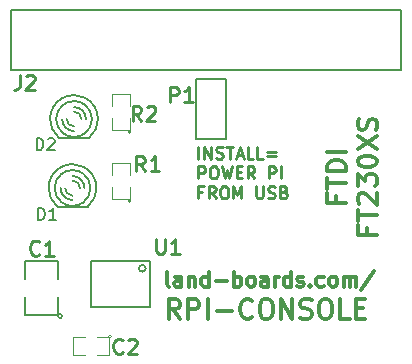
<source format=gto>
G04 #@! TF.FileFunction,Legend,Top*
%FSLAX46Y46*%
G04 Gerber Fmt 4.6, Leading zero omitted, Abs format (unit mm)*
G04 Created by KiCad (PCBNEW (after 2015-mar-04 BZR unknown)-product) date 4/21/2015 4:00:12 PM*
%MOMM*%
G01*
G04 APERTURE LIST*
%ADD10C,0.150000*%
%ADD11C,0.300000*%
%ADD12C,0.254000*%
%ADD13C,0.099060*%
%ADD14C,0.127000*%
%ADD15C,0.203200*%
%ADD16C,0.152400*%
G04 APERTURE END LIST*
D10*
D11*
X166152871Y-89432190D02*
X166152871Y-89982524D01*
X167017681Y-89982524D02*
X165366681Y-89982524D01*
X165366681Y-89196333D01*
X165366681Y-88803238D02*
X165366681Y-87859809D01*
X167017681Y-88331524D02*
X165366681Y-88331524D01*
X167017681Y-87309476D02*
X165366681Y-87309476D01*
X165366681Y-86916381D01*
X165445300Y-86680523D01*
X165602538Y-86523285D01*
X165759776Y-86444666D01*
X166074252Y-86366047D01*
X166310110Y-86366047D01*
X166624586Y-86444666D01*
X166781824Y-86523285D01*
X166939062Y-86680523D01*
X167017681Y-86916381D01*
X167017681Y-87309476D01*
X167017681Y-85658476D02*
X165366681Y-85658476D01*
X168764271Y-92144547D02*
X168764271Y-92694881D01*
X169629081Y-92694881D02*
X167978081Y-92694881D01*
X167978081Y-91908690D01*
X167978081Y-91515595D02*
X167978081Y-90572166D01*
X169629081Y-91043881D02*
X167978081Y-91043881D01*
X168135319Y-90100452D02*
X168056700Y-90021833D01*
X167978081Y-89864595D01*
X167978081Y-89471499D01*
X168056700Y-89314261D01*
X168135319Y-89235642D01*
X168292557Y-89157023D01*
X168449795Y-89157023D01*
X168685652Y-89235642D01*
X169629081Y-90179071D01*
X169629081Y-89157023D01*
X167978081Y-88606690D02*
X167978081Y-87584642D01*
X168607033Y-88134976D01*
X168607033Y-87899118D01*
X168685652Y-87741880D01*
X168764271Y-87663261D01*
X168921510Y-87584642D01*
X169314605Y-87584642D01*
X169471843Y-87663261D01*
X169550462Y-87741880D01*
X169629081Y-87899118D01*
X169629081Y-88370833D01*
X169550462Y-88528071D01*
X169471843Y-88606690D01*
X167978081Y-86562595D02*
X167978081Y-86405356D01*
X168056700Y-86248118D01*
X168135319Y-86169499D01*
X168292557Y-86090880D01*
X168607033Y-86012261D01*
X169000129Y-86012261D01*
X169314605Y-86090880D01*
X169471843Y-86169499D01*
X169550462Y-86248118D01*
X169629081Y-86405356D01*
X169629081Y-86562595D01*
X169550462Y-86719833D01*
X169471843Y-86798452D01*
X169314605Y-86877071D01*
X169000129Y-86955690D01*
X168607033Y-86955690D01*
X168292557Y-86877071D01*
X168135319Y-86798452D01*
X168056700Y-86719833D01*
X167978081Y-86562595D01*
X167978081Y-85461928D02*
X169629081Y-84361261D01*
X167978081Y-84361261D02*
X169629081Y-85461928D01*
X169550462Y-83810928D02*
X169629081Y-83575071D01*
X169629081Y-83181975D01*
X169550462Y-83024737D01*
X169471843Y-82946118D01*
X169314605Y-82867499D01*
X169157367Y-82867499D01*
X169000129Y-82946118D01*
X168921510Y-83024737D01*
X168842890Y-83181975D01*
X168764271Y-83496452D01*
X168685652Y-83653690D01*
X168607033Y-83732309D01*
X168449795Y-83810928D01*
X168292557Y-83810928D01*
X168135319Y-83732309D01*
X168056700Y-83653690D01*
X167978081Y-83496452D01*
X167978081Y-83103356D01*
X168056700Y-82867499D01*
D12*
X154497905Y-86261219D02*
X154497905Y-85245219D01*
X154981715Y-86261219D02*
X154981715Y-85245219D01*
X155562286Y-86261219D01*
X155562286Y-85245219D01*
X155997715Y-86212838D02*
X156142858Y-86261219D01*
X156384762Y-86261219D01*
X156481524Y-86212838D01*
X156529905Y-86164457D01*
X156578286Y-86067695D01*
X156578286Y-85970933D01*
X156529905Y-85874171D01*
X156481524Y-85825790D01*
X156384762Y-85777410D01*
X156191239Y-85729029D01*
X156094477Y-85680648D01*
X156046096Y-85632267D01*
X155997715Y-85535505D01*
X155997715Y-85438743D01*
X156046096Y-85341981D01*
X156094477Y-85293600D01*
X156191239Y-85245219D01*
X156433143Y-85245219D01*
X156578286Y-85293600D01*
X156868572Y-85245219D02*
X157449143Y-85245219D01*
X157158858Y-86261219D02*
X157158858Y-85245219D01*
X157739429Y-85970933D02*
X158223238Y-85970933D01*
X157642667Y-86261219D02*
X157981334Y-85245219D01*
X158320000Y-86261219D01*
X159142476Y-86261219D02*
X158658667Y-86261219D01*
X158658667Y-85245219D01*
X159964952Y-86261219D02*
X159481143Y-86261219D01*
X159481143Y-85245219D01*
X160303619Y-85729029D02*
X161077714Y-85729029D01*
X161077714Y-86019314D02*
X160303619Y-86019314D01*
X154497905Y-87937619D02*
X154497905Y-86921619D01*
X154884952Y-86921619D01*
X154981714Y-86970000D01*
X155030095Y-87018381D01*
X155078476Y-87115143D01*
X155078476Y-87260286D01*
X155030095Y-87357048D01*
X154981714Y-87405429D01*
X154884952Y-87453810D01*
X154497905Y-87453810D01*
X155707429Y-86921619D02*
X155900952Y-86921619D01*
X155997714Y-86970000D01*
X156094476Y-87066762D01*
X156142857Y-87260286D01*
X156142857Y-87598952D01*
X156094476Y-87792476D01*
X155997714Y-87889238D01*
X155900952Y-87937619D01*
X155707429Y-87937619D01*
X155610667Y-87889238D01*
X155513905Y-87792476D01*
X155465524Y-87598952D01*
X155465524Y-87260286D01*
X155513905Y-87066762D01*
X155610667Y-86970000D01*
X155707429Y-86921619D01*
X156481524Y-86921619D02*
X156723429Y-87937619D01*
X156916952Y-87211905D01*
X157110476Y-87937619D01*
X157352381Y-86921619D01*
X157739429Y-87405429D02*
X158078095Y-87405429D01*
X158223238Y-87937619D02*
X157739429Y-87937619D01*
X157739429Y-86921619D01*
X158223238Y-86921619D01*
X159239238Y-87937619D02*
X158900572Y-87453810D01*
X158658667Y-87937619D02*
X158658667Y-86921619D01*
X159045714Y-86921619D01*
X159142476Y-86970000D01*
X159190857Y-87018381D01*
X159239238Y-87115143D01*
X159239238Y-87260286D01*
X159190857Y-87357048D01*
X159142476Y-87405429D01*
X159045714Y-87453810D01*
X158658667Y-87453810D01*
X160448762Y-87937619D02*
X160448762Y-86921619D01*
X160835809Y-86921619D01*
X160932571Y-86970000D01*
X160980952Y-87018381D01*
X161029333Y-87115143D01*
X161029333Y-87260286D01*
X160980952Y-87357048D01*
X160932571Y-87405429D01*
X160835809Y-87453810D01*
X160448762Y-87453810D01*
X161464762Y-87937619D02*
X161464762Y-86921619D01*
X154836571Y-89081829D02*
X154497905Y-89081829D01*
X154497905Y-89614019D02*
X154497905Y-88598019D01*
X154981714Y-88598019D01*
X155949333Y-89614019D02*
X155610667Y-89130210D01*
X155368762Y-89614019D02*
X155368762Y-88598019D01*
X155755809Y-88598019D01*
X155852571Y-88646400D01*
X155900952Y-88694781D01*
X155949333Y-88791543D01*
X155949333Y-88936686D01*
X155900952Y-89033448D01*
X155852571Y-89081829D01*
X155755809Y-89130210D01*
X155368762Y-89130210D01*
X156578286Y-88598019D02*
X156771809Y-88598019D01*
X156868571Y-88646400D01*
X156965333Y-88743162D01*
X157013714Y-88936686D01*
X157013714Y-89275352D01*
X156965333Y-89468876D01*
X156868571Y-89565638D01*
X156771809Y-89614019D01*
X156578286Y-89614019D01*
X156481524Y-89565638D01*
X156384762Y-89468876D01*
X156336381Y-89275352D01*
X156336381Y-88936686D01*
X156384762Y-88743162D01*
X156481524Y-88646400D01*
X156578286Y-88598019D01*
X157449143Y-89614019D02*
X157449143Y-88598019D01*
X157787809Y-89323733D01*
X158126476Y-88598019D01*
X158126476Y-89614019D01*
X159384381Y-88598019D02*
X159384381Y-89420495D01*
X159432762Y-89517257D01*
X159481143Y-89565638D01*
X159577905Y-89614019D01*
X159771428Y-89614019D01*
X159868190Y-89565638D01*
X159916571Y-89517257D01*
X159964952Y-89420495D01*
X159964952Y-88598019D01*
X160400381Y-89565638D02*
X160545524Y-89614019D01*
X160787428Y-89614019D01*
X160884190Y-89565638D01*
X160932571Y-89517257D01*
X160980952Y-89420495D01*
X160980952Y-89323733D01*
X160932571Y-89226971D01*
X160884190Y-89178590D01*
X160787428Y-89130210D01*
X160593905Y-89081829D01*
X160497143Y-89033448D01*
X160448762Y-88985067D01*
X160400381Y-88888305D01*
X160400381Y-88791543D01*
X160448762Y-88694781D01*
X160497143Y-88646400D01*
X160593905Y-88598019D01*
X160835809Y-88598019D01*
X160980952Y-88646400D01*
X161755047Y-89081829D02*
X161900190Y-89130210D01*
X161948571Y-89178590D01*
X161996952Y-89275352D01*
X161996952Y-89420495D01*
X161948571Y-89517257D01*
X161900190Y-89565638D01*
X161803428Y-89614019D01*
X161416381Y-89614019D01*
X161416381Y-88598019D01*
X161755047Y-88598019D01*
X161851809Y-88646400D01*
X161900190Y-88694781D01*
X161948571Y-88791543D01*
X161948571Y-88888305D01*
X161900190Y-88985067D01*
X161851809Y-89033448D01*
X161755047Y-89081829D01*
X161416381Y-89081829D01*
D11*
X152031095Y-97094524D02*
X151910142Y-97034048D01*
X151849666Y-96913095D01*
X151849666Y-95824524D01*
X153059190Y-97094524D02*
X153059190Y-96429286D01*
X152998713Y-96308333D01*
X152877761Y-96247857D01*
X152635856Y-96247857D01*
X152514904Y-96308333D01*
X153059190Y-97034048D02*
X152938237Y-97094524D01*
X152635856Y-97094524D01*
X152514904Y-97034048D01*
X152454428Y-96913095D01*
X152454428Y-96792143D01*
X152514904Y-96671190D01*
X152635856Y-96610714D01*
X152938237Y-96610714D01*
X153059190Y-96550238D01*
X153663952Y-96247857D02*
X153663952Y-97094524D01*
X153663952Y-96368810D02*
X153724428Y-96308333D01*
X153845381Y-96247857D01*
X154026809Y-96247857D01*
X154147761Y-96308333D01*
X154208238Y-96429286D01*
X154208238Y-97094524D01*
X155357286Y-97094524D02*
X155357286Y-95824524D01*
X155357286Y-97034048D02*
X155236333Y-97094524D01*
X154994429Y-97094524D01*
X154873476Y-97034048D01*
X154813000Y-96973571D01*
X154752524Y-96852619D01*
X154752524Y-96489762D01*
X154813000Y-96368810D01*
X154873476Y-96308333D01*
X154994429Y-96247857D01*
X155236333Y-96247857D01*
X155357286Y-96308333D01*
X155962048Y-96610714D02*
X156929667Y-96610714D01*
X157534429Y-97094524D02*
X157534429Y-95824524D01*
X157534429Y-96308333D02*
X157655381Y-96247857D01*
X157897286Y-96247857D01*
X158018238Y-96308333D01*
X158078715Y-96368810D01*
X158139191Y-96489762D01*
X158139191Y-96852619D01*
X158078715Y-96973571D01*
X158018238Y-97034048D01*
X157897286Y-97094524D01*
X157655381Y-97094524D01*
X157534429Y-97034048D01*
X158864906Y-97094524D02*
X158743953Y-97034048D01*
X158683477Y-96973571D01*
X158623001Y-96852619D01*
X158623001Y-96489762D01*
X158683477Y-96368810D01*
X158743953Y-96308333D01*
X158864906Y-96247857D01*
X159046334Y-96247857D01*
X159167286Y-96308333D01*
X159227763Y-96368810D01*
X159288239Y-96489762D01*
X159288239Y-96852619D01*
X159227763Y-96973571D01*
X159167286Y-97034048D01*
X159046334Y-97094524D01*
X158864906Y-97094524D01*
X160376811Y-97094524D02*
X160376811Y-96429286D01*
X160316334Y-96308333D01*
X160195382Y-96247857D01*
X159953477Y-96247857D01*
X159832525Y-96308333D01*
X160376811Y-97034048D02*
X160255858Y-97094524D01*
X159953477Y-97094524D01*
X159832525Y-97034048D01*
X159772049Y-96913095D01*
X159772049Y-96792143D01*
X159832525Y-96671190D01*
X159953477Y-96610714D01*
X160255858Y-96610714D01*
X160376811Y-96550238D01*
X160981573Y-97094524D02*
X160981573Y-96247857D01*
X160981573Y-96489762D02*
X161042049Y-96368810D01*
X161102525Y-96308333D01*
X161223478Y-96247857D01*
X161344430Y-96247857D01*
X162312049Y-97094524D02*
X162312049Y-95824524D01*
X162312049Y-97034048D02*
X162191096Y-97094524D01*
X161949192Y-97094524D01*
X161828239Y-97034048D01*
X161767763Y-96973571D01*
X161707287Y-96852619D01*
X161707287Y-96489762D01*
X161767763Y-96368810D01*
X161828239Y-96308333D01*
X161949192Y-96247857D01*
X162191096Y-96247857D01*
X162312049Y-96308333D01*
X162856335Y-97034048D02*
X162977287Y-97094524D01*
X163219192Y-97094524D01*
X163340144Y-97034048D01*
X163400620Y-96913095D01*
X163400620Y-96852619D01*
X163340144Y-96731667D01*
X163219192Y-96671190D01*
X163037763Y-96671190D01*
X162916811Y-96610714D01*
X162856335Y-96489762D01*
X162856335Y-96429286D01*
X162916811Y-96308333D01*
X163037763Y-96247857D01*
X163219192Y-96247857D01*
X163340144Y-96308333D01*
X163944906Y-96973571D02*
X164005382Y-97034048D01*
X163944906Y-97094524D01*
X163884430Y-97034048D01*
X163944906Y-96973571D01*
X163944906Y-97094524D01*
X165093954Y-97034048D02*
X164973001Y-97094524D01*
X164731097Y-97094524D01*
X164610144Y-97034048D01*
X164549668Y-96973571D01*
X164489192Y-96852619D01*
X164489192Y-96489762D01*
X164549668Y-96368810D01*
X164610144Y-96308333D01*
X164731097Y-96247857D01*
X164973001Y-96247857D01*
X165093954Y-96308333D01*
X165819668Y-97094524D02*
X165698715Y-97034048D01*
X165638239Y-96973571D01*
X165577763Y-96852619D01*
X165577763Y-96489762D01*
X165638239Y-96368810D01*
X165698715Y-96308333D01*
X165819668Y-96247857D01*
X166001096Y-96247857D01*
X166122048Y-96308333D01*
X166182525Y-96368810D01*
X166243001Y-96489762D01*
X166243001Y-96852619D01*
X166182525Y-96973571D01*
X166122048Y-97034048D01*
X166001096Y-97094524D01*
X165819668Y-97094524D01*
X166787287Y-97094524D02*
X166787287Y-96247857D01*
X166787287Y-96368810D02*
X166847763Y-96308333D01*
X166968716Y-96247857D01*
X167150144Y-96247857D01*
X167271096Y-96308333D01*
X167331573Y-96429286D01*
X167331573Y-97094524D01*
X167331573Y-96429286D02*
X167392049Y-96308333D01*
X167513001Y-96247857D01*
X167694430Y-96247857D01*
X167815382Y-96308333D01*
X167875858Y-96429286D01*
X167875858Y-97094524D01*
X169387763Y-95764048D02*
X168299191Y-97396905D01*
X152923120Y-99806881D02*
X152372786Y-99020690D01*
X151979691Y-99806881D02*
X151979691Y-98155881D01*
X152608644Y-98155881D01*
X152765882Y-98234500D01*
X152844501Y-98313119D01*
X152923120Y-98470357D01*
X152923120Y-98706214D01*
X152844501Y-98863452D01*
X152765882Y-98942071D01*
X152608644Y-99020690D01*
X151979691Y-99020690D01*
X153630691Y-99806881D02*
X153630691Y-98155881D01*
X154259644Y-98155881D01*
X154416882Y-98234500D01*
X154495501Y-98313119D01*
X154574120Y-98470357D01*
X154574120Y-98706214D01*
X154495501Y-98863452D01*
X154416882Y-98942071D01*
X154259644Y-99020690D01*
X153630691Y-99020690D01*
X155281691Y-99806881D02*
X155281691Y-98155881D01*
X156067881Y-99177929D02*
X157325786Y-99177929D01*
X159055405Y-99649643D02*
X158976786Y-99728262D01*
X158740929Y-99806881D01*
X158583691Y-99806881D01*
X158347833Y-99728262D01*
X158190595Y-99571024D01*
X158111976Y-99413786D01*
X158033357Y-99099310D01*
X158033357Y-98863452D01*
X158111976Y-98548976D01*
X158190595Y-98391738D01*
X158347833Y-98234500D01*
X158583691Y-98155881D01*
X158740929Y-98155881D01*
X158976786Y-98234500D01*
X159055405Y-98313119D01*
X160077452Y-98155881D02*
X160391929Y-98155881D01*
X160549167Y-98234500D01*
X160706405Y-98391738D01*
X160785024Y-98706214D01*
X160785024Y-99256548D01*
X160706405Y-99571024D01*
X160549167Y-99728262D01*
X160391929Y-99806881D01*
X160077452Y-99806881D01*
X159920214Y-99728262D01*
X159762976Y-99571024D01*
X159684357Y-99256548D01*
X159684357Y-98706214D01*
X159762976Y-98391738D01*
X159920214Y-98234500D01*
X160077452Y-98155881D01*
X161492595Y-99806881D02*
X161492595Y-98155881D01*
X162436024Y-99806881D01*
X162436024Y-98155881D01*
X163143595Y-99728262D02*
X163379452Y-99806881D01*
X163772548Y-99806881D01*
X163929786Y-99728262D01*
X164008405Y-99649643D01*
X164087024Y-99492405D01*
X164087024Y-99335167D01*
X164008405Y-99177929D01*
X163929786Y-99099310D01*
X163772548Y-99020690D01*
X163458071Y-98942071D01*
X163300833Y-98863452D01*
X163222214Y-98784833D01*
X163143595Y-98627595D01*
X163143595Y-98470357D01*
X163222214Y-98313119D01*
X163300833Y-98234500D01*
X163458071Y-98155881D01*
X163851167Y-98155881D01*
X164087024Y-98234500D01*
X165109071Y-98155881D02*
X165423548Y-98155881D01*
X165580786Y-98234500D01*
X165738024Y-98391738D01*
X165816643Y-98706214D01*
X165816643Y-99256548D01*
X165738024Y-99571024D01*
X165580786Y-99728262D01*
X165423548Y-99806881D01*
X165109071Y-99806881D01*
X164951833Y-99728262D01*
X164794595Y-99571024D01*
X164715976Y-99256548D01*
X164715976Y-98706214D01*
X164794595Y-98391738D01*
X164951833Y-98234500D01*
X165109071Y-98155881D01*
X167310405Y-99806881D02*
X166524214Y-99806881D01*
X166524214Y-98155881D01*
X167860738Y-98942071D02*
X168411072Y-98942071D01*
X168646929Y-99806881D02*
X167860738Y-99806881D01*
X167860738Y-98155881D01*
X168646929Y-98155881D01*
D13*
X147144000Y-101321000D02*
G75*
G03X147144000Y-101321000I-127000J0D01*
G01*
X145874000Y-101321000D02*
X146890000Y-101321000D01*
X146890000Y-101321000D02*
X146890000Y-102845000D01*
X146890000Y-102845000D02*
X145874000Y-102845000D01*
X144858000Y-102845000D02*
X143842000Y-102845000D01*
X143842000Y-102845000D02*
X143842000Y-101321000D01*
X143842000Y-101321000D02*
X144858000Y-101321000D01*
X148795000Y-83985500D02*
G75*
G03X148795000Y-83985500I-127000J0D01*
G01*
X148668000Y-82842500D02*
X148668000Y-83858500D01*
X148668000Y-83858500D02*
X147144000Y-83858500D01*
X147144000Y-83858500D02*
X147144000Y-82842500D01*
X147144000Y-81826500D02*
X147144000Y-80810500D01*
X147144000Y-80810500D02*
X148668000Y-80810500D01*
X148668000Y-80810500D02*
X148668000Y-81826500D01*
X148795000Y-89827500D02*
G75*
G03X148795000Y-89827500I-127000J0D01*
G01*
X148668000Y-88684500D02*
X148668000Y-89700500D01*
X148668000Y-89700500D02*
X147144000Y-89700500D01*
X147144000Y-89700500D02*
X147144000Y-88684500D01*
X147144000Y-87668500D02*
X147144000Y-86652500D01*
X147144000Y-86652500D02*
X148668000Y-86652500D01*
X148668000Y-86652500D02*
X148668000Y-87668500D01*
D14*
X142942105Y-99606500D02*
G75*
G03X142942105Y-99606500I-179605J0D01*
G01*
X139841500Y-97955500D02*
X139841500Y-99479500D01*
X139841500Y-99479500D02*
X142635500Y-99479500D01*
X142635500Y-99479500D02*
X142635500Y-97955500D01*
X142635500Y-96431500D02*
X142635500Y-94907500D01*
X142635500Y-94907500D02*
X139841500Y-94907500D01*
X139841500Y-94907500D02*
X139841500Y-96431500D01*
X150382500Y-94907500D02*
X145429500Y-94907500D01*
X145429500Y-94907500D02*
X145429500Y-98844500D01*
X145429500Y-98844500D02*
X150382500Y-98844500D01*
X150382500Y-98844500D02*
X150382500Y-94907500D01*
X150031481Y-95542500D02*
G75*
G03X150031481Y-95542500I-283981J0D01*
G01*
D15*
X138635000Y-78715000D02*
X171655000Y-78715000D01*
X171655000Y-73635000D02*
X138635000Y-73635000D01*
X138635000Y-73635000D02*
X138635000Y-78715000D01*
X171655000Y-78715000D02*
X171655000Y-73635000D01*
D16*
X154256000Y-79477000D02*
X156796000Y-79477000D01*
X156796000Y-79477000D02*
X156796000Y-84557000D01*
X156796000Y-84557000D02*
X154256000Y-84557000D01*
X154256000Y-84557000D02*
X154256000Y-79477000D01*
D10*
X142572000Y-90322800D02*
X145112000Y-90322800D01*
X144817527Y-87577136D02*
G75*
G03X143842000Y-87224000I-975527J-1170864D01*
G01*
X143841531Y-87225889D02*
G75*
G03X142831080Y-87610080I469J-1522111D01*
G01*
X143842034Y-90270147D02*
G75*
G03X144832600Y-89903700I-34J1522147D01*
G01*
X142866473Y-89918864D02*
G75*
G03X143842000Y-90272000I975527J1170864D01*
G01*
X144729155Y-89987166D02*
G75*
G03X145366000Y-88748000I-887155J1239166D01*
G01*
X145366000Y-88747199D02*
G75*
G03X144756400Y-87528800I-1524000J-801D01*
G01*
X142319794Y-88748442D02*
G75*
G03X142907280Y-89949420I1522206J442D01*
G01*
X142905829Y-87545436D02*
G75*
G03X142318000Y-88748000I936171J-1202564D01*
G01*
X144477000Y-88748000D02*
G75*
G03X143842000Y-88113000I-635000J0D01*
G01*
X144858000Y-88748000D02*
G75*
G03X143842000Y-87732000I-1016000J0D01*
G01*
X143207000Y-88748000D02*
G75*
G03X143842000Y-89383000I635000J0D01*
G01*
X142826000Y-88748000D02*
G75*
G03X143842000Y-89764000I1016000J0D01*
G01*
X145145426Y-90306880D02*
G75*
G03X145874000Y-88748000I-1303426J1558880D01*
G01*
X145871460Y-88747025D02*
G75*
G03X144797040Y-86957300I-2029460J-975D01*
G01*
X141812614Y-88750552D02*
G75*
G03X142531360Y-90297400I2029386J2552D01*
G01*
X142832149Y-86984701D02*
G75*
G03X141810000Y-88748000I1009851J-1763299D01*
G01*
X144805347Y-86958870D02*
G75*
G03X143842000Y-86716000I-963347J-1789130D01*
G01*
X143841900Y-86717077D02*
G75*
G03X142777740Y-87018260I100J-2030923D01*
G01*
X142699000Y-84480800D02*
X145239000Y-84480800D01*
X144944527Y-81735136D02*
G75*
G03X143969000Y-81382000I-975527J-1170864D01*
G01*
X143968531Y-81383889D02*
G75*
G03X142958080Y-81768080I469J-1522111D01*
G01*
X143969034Y-84428147D02*
G75*
G03X144959600Y-84061700I-34J1522147D01*
G01*
X142993473Y-84076864D02*
G75*
G03X143969000Y-84430000I975527J1170864D01*
G01*
X144856155Y-84145166D02*
G75*
G03X145493000Y-82906000I-887155J1239166D01*
G01*
X145493000Y-82905199D02*
G75*
G03X144883400Y-81686800I-1524000J-801D01*
G01*
X142446794Y-82906442D02*
G75*
G03X143034280Y-84107420I1522206J442D01*
G01*
X143032829Y-81703436D02*
G75*
G03X142445000Y-82906000I936171J-1202564D01*
G01*
X144604000Y-82906000D02*
G75*
G03X143969000Y-82271000I-635000J0D01*
G01*
X144985000Y-82906000D02*
G75*
G03X143969000Y-81890000I-1016000J0D01*
G01*
X143334000Y-82906000D02*
G75*
G03X143969000Y-83541000I635000J0D01*
G01*
X142953000Y-82906000D02*
G75*
G03X143969000Y-83922000I1016000J0D01*
G01*
X145272426Y-84464880D02*
G75*
G03X146001000Y-82906000I-1303426J1558880D01*
G01*
X145998460Y-82905025D02*
G75*
G03X144924040Y-81115300I-2029460J-975D01*
G01*
X141939614Y-82908552D02*
G75*
G03X142658360Y-84455400I2029386J2552D01*
G01*
X142959149Y-81142701D02*
G75*
G03X141937000Y-82906000I1009851J-1763299D01*
G01*
X144932347Y-81116870D02*
G75*
G03X143969000Y-80874000I-963347J-1789130D01*
G01*
X143968900Y-80875077D02*
G75*
G03X142904740Y-81176260I100J-2030923D01*
G01*
D12*
X148075333Y-102663571D02*
X148014857Y-102724048D01*
X147833428Y-102784524D01*
X147712476Y-102784524D01*
X147531048Y-102724048D01*
X147410095Y-102603095D01*
X147349619Y-102482143D01*
X147289143Y-102240238D01*
X147289143Y-102058810D01*
X147349619Y-101816905D01*
X147410095Y-101695952D01*
X147531048Y-101575000D01*
X147712476Y-101514524D01*
X147833428Y-101514524D01*
X148014857Y-101575000D01*
X148075333Y-101635476D01*
X148559143Y-101635476D02*
X148619619Y-101575000D01*
X148740571Y-101514524D01*
X149042952Y-101514524D01*
X149163905Y-101575000D01*
X149224381Y-101635476D01*
X149284857Y-101756429D01*
X149284857Y-101877381D01*
X149224381Y-102058810D01*
X148498667Y-102784524D01*
X149284857Y-102784524D01*
X149648333Y-83061024D02*
X149225000Y-82456262D01*
X148922619Y-83061024D02*
X148922619Y-81791024D01*
X149406428Y-81791024D01*
X149527381Y-81851500D01*
X149587857Y-81911976D01*
X149648333Y-82032929D01*
X149648333Y-82214357D01*
X149587857Y-82335310D01*
X149527381Y-82395786D01*
X149406428Y-82456262D01*
X148922619Y-82456262D01*
X150132143Y-81911976D02*
X150192619Y-81851500D01*
X150313571Y-81791024D01*
X150615952Y-81791024D01*
X150736905Y-81851500D01*
X150797381Y-81911976D01*
X150857857Y-82032929D01*
X150857857Y-82153881D01*
X150797381Y-82335310D01*
X150071667Y-83061024D01*
X150857857Y-83061024D01*
X149965833Y-87315524D02*
X149542500Y-86710762D01*
X149240119Y-87315524D02*
X149240119Y-86045524D01*
X149723928Y-86045524D01*
X149844881Y-86106000D01*
X149905357Y-86166476D01*
X149965833Y-86287429D01*
X149965833Y-86468857D01*
X149905357Y-86589810D01*
X149844881Y-86650286D01*
X149723928Y-86710762D01*
X149240119Y-86710762D01*
X151175357Y-87315524D02*
X150449643Y-87315524D01*
X150812500Y-87315524D02*
X150812500Y-86045524D01*
X150691548Y-86226952D01*
X150570595Y-86347905D01*
X150449643Y-86408381D01*
X141026833Y-94345071D02*
X140966357Y-94405548D01*
X140784928Y-94466024D01*
X140663976Y-94466024D01*
X140482548Y-94405548D01*
X140361595Y-94284595D01*
X140301119Y-94163643D01*
X140240643Y-93921738D01*
X140240643Y-93740310D01*
X140301119Y-93498405D01*
X140361595Y-93377452D01*
X140482548Y-93256500D01*
X140663976Y-93196024D01*
X140784928Y-93196024D01*
X140966357Y-93256500D01*
X141026833Y-93316976D01*
X142236357Y-94466024D02*
X141510643Y-94466024D01*
X141873500Y-94466024D02*
X141873500Y-93196024D01*
X141752548Y-93377452D01*
X141631595Y-93498405D01*
X141510643Y-93558881D01*
X150924381Y-93030524D02*
X150924381Y-94058619D01*
X150984857Y-94179571D01*
X151045333Y-94240048D01*
X151166286Y-94300524D01*
X151408190Y-94300524D01*
X151529143Y-94240048D01*
X151589619Y-94179571D01*
X151650095Y-94058619D01*
X151650095Y-93030524D01*
X152920095Y-94300524D02*
X152194381Y-94300524D01*
X152557238Y-94300524D02*
X152557238Y-93030524D01*
X152436286Y-93211952D01*
X152315333Y-93332905D01*
X152194381Y-93393381D01*
X139354667Y-79162524D02*
X139354667Y-80069667D01*
X139294191Y-80251095D01*
X139173239Y-80372048D01*
X138991810Y-80432524D01*
X138870858Y-80432524D01*
X139898953Y-79283476D02*
X139959429Y-79223000D01*
X140080381Y-79162524D01*
X140382762Y-79162524D01*
X140503715Y-79223000D01*
X140564191Y-79283476D01*
X140624667Y-79404429D01*
X140624667Y-79525381D01*
X140564191Y-79706810D01*
X139838477Y-80432524D01*
X140624667Y-80432524D01*
X152097619Y-81473524D02*
X152097619Y-80203524D01*
X152581428Y-80203524D01*
X152702381Y-80264000D01*
X152762857Y-80324476D01*
X152823333Y-80445429D01*
X152823333Y-80626857D01*
X152762857Y-80747810D01*
X152702381Y-80808286D01*
X152581428Y-80868762D01*
X152097619Y-80868762D01*
X154032857Y-81473524D02*
X153307143Y-81473524D01*
X153670000Y-81473524D02*
X153670000Y-80203524D01*
X153549048Y-80384952D01*
X153428095Y-80505905D01*
X153307143Y-80566381D01*
D10*
X140930405Y-91447881D02*
X140930405Y-90447881D01*
X141168500Y-90447881D01*
X141311358Y-90495500D01*
X141406596Y-90590738D01*
X141454215Y-90685976D01*
X141501834Y-90876452D01*
X141501834Y-91019310D01*
X141454215Y-91209786D01*
X141406596Y-91305024D01*
X141311358Y-91400262D01*
X141168500Y-91447881D01*
X140930405Y-91447881D01*
X142454215Y-91447881D02*
X141882786Y-91447881D01*
X142168500Y-91447881D02*
X142168500Y-90447881D01*
X142073262Y-90590738D01*
X141978024Y-90685976D01*
X141882786Y-90733595D01*
X140803405Y-85542381D02*
X140803405Y-84542381D01*
X141041500Y-84542381D01*
X141184358Y-84590000D01*
X141279596Y-84685238D01*
X141327215Y-84780476D01*
X141374834Y-84970952D01*
X141374834Y-85113810D01*
X141327215Y-85304286D01*
X141279596Y-85399524D01*
X141184358Y-85494762D01*
X141041500Y-85542381D01*
X140803405Y-85542381D01*
X141755786Y-84637619D02*
X141803405Y-84590000D01*
X141898643Y-84542381D01*
X142136739Y-84542381D01*
X142231977Y-84590000D01*
X142279596Y-84637619D01*
X142327215Y-84732857D01*
X142327215Y-84828095D01*
X142279596Y-84970952D01*
X141708167Y-85542381D01*
X142327215Y-85542381D01*
M02*

</source>
